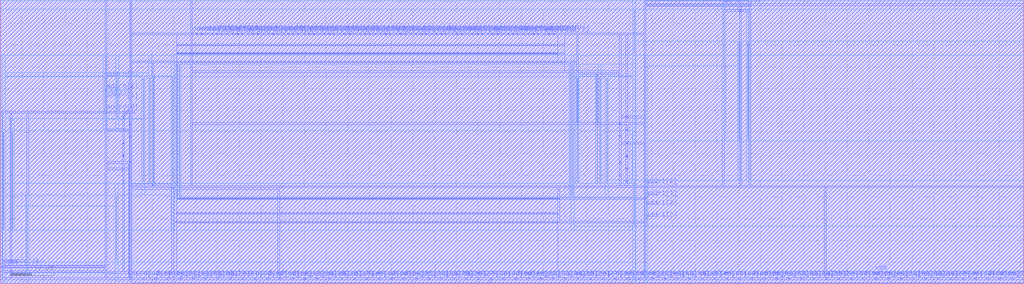
<source format=lef>
VERSION 5.4 ;
NAMESCASESENSITIVE ON ;
BUSBITCHARS "[]" ;
DIVIDERCHAR "/" ;
UNITS
  DATABASE MICRONS 2000 ;
END UNITS
MACRO freepdk45_sram_1w1r_16x72
   CLASS BLOCK ;
   SIZE 235.72 BY 65.5125 ;
   SYMMETRY X Y R90 ;
   PIN din0[0]
      DIRECTION INPUT ;
      PORT
         LAYER metal3 ;
         RECT  30.015 1.105 30.15 1.24 ;
      END
   END din0[0]
   PIN din0[1]
      DIRECTION INPUT ;
      PORT
         LAYER metal3 ;
         RECT  32.875 1.105 33.01 1.24 ;
      END
   END din0[1]
   PIN din0[2]
      DIRECTION INPUT ;
      PORT
         LAYER metal3 ;
         RECT  35.735 1.105 35.87 1.24 ;
      END
   END din0[2]
   PIN din0[3]
      DIRECTION INPUT ;
      PORT
         LAYER metal3 ;
         RECT  38.595 1.105 38.73 1.24 ;
      END
   END din0[3]
   PIN din0[4]
      DIRECTION INPUT ;
      PORT
         LAYER metal3 ;
         RECT  41.455 1.105 41.59 1.24 ;
      END
   END din0[4]
   PIN din0[5]
      DIRECTION INPUT ;
      PORT
         LAYER metal3 ;
         RECT  44.315 1.105 44.45 1.24 ;
      END
   END din0[5]
   PIN din0[6]
      DIRECTION INPUT ;
      PORT
         LAYER metal3 ;
         RECT  47.175 1.105 47.31 1.24 ;
      END
   END din0[6]
   PIN din0[7]
      DIRECTION INPUT ;
      PORT
         LAYER metal3 ;
         RECT  50.035 1.105 50.17 1.24 ;
      END
   END din0[7]
   PIN din0[8]
      DIRECTION INPUT ;
      PORT
         LAYER metal3 ;
         RECT  52.895 1.105 53.03 1.24 ;
      END
   END din0[8]
   PIN din0[9]
      DIRECTION INPUT ;
      PORT
         LAYER metal3 ;
         RECT  55.755 1.105 55.89 1.24 ;
      END
   END din0[9]
   PIN din0[10]
      DIRECTION INPUT ;
      PORT
         LAYER metal3 ;
         RECT  58.615 1.105 58.75 1.24 ;
      END
   END din0[10]
   PIN din0[11]
      DIRECTION INPUT ;
      PORT
         LAYER metal3 ;
         RECT  61.475 1.105 61.61 1.24 ;
      END
   END din0[11]
   PIN din0[12]
      DIRECTION INPUT ;
      PORT
         LAYER metal3 ;
         RECT  64.335 1.105 64.47 1.24 ;
      END
   END din0[12]
   PIN din0[13]
      DIRECTION INPUT ;
      PORT
         LAYER metal3 ;
         RECT  67.195 1.105 67.33 1.24 ;
      END
   END din0[13]
   PIN din0[14]
      DIRECTION INPUT ;
      PORT
         LAYER metal3 ;
         RECT  70.055 1.105 70.19 1.24 ;
      END
   END din0[14]
   PIN din0[15]
      DIRECTION INPUT ;
      PORT
         LAYER metal3 ;
         RECT  72.915 1.105 73.05 1.24 ;
      END
   END din0[15]
   PIN din0[16]
      DIRECTION INPUT ;
      PORT
         LAYER metal3 ;
         RECT  75.775 1.105 75.91 1.24 ;
      END
   END din0[16]
   PIN din0[17]
      DIRECTION INPUT ;
      PORT
         LAYER metal3 ;
         RECT  78.635 1.105 78.77 1.24 ;
      END
   END din0[17]
   PIN din0[18]
      DIRECTION INPUT ;
      PORT
         LAYER metal3 ;
         RECT  81.495 1.105 81.63 1.24 ;
      END
   END din0[18]
   PIN din0[19]
      DIRECTION INPUT ;
      PORT
         LAYER metal3 ;
         RECT  84.355 1.105 84.49 1.24 ;
      END
   END din0[19]
   PIN din0[20]
      DIRECTION INPUT ;
      PORT
         LAYER metal3 ;
         RECT  87.215 1.105 87.35 1.24 ;
      END
   END din0[20]
   PIN din0[21]
      DIRECTION INPUT ;
      PORT
         LAYER metal3 ;
         RECT  90.075 1.105 90.21 1.24 ;
      END
   END din0[21]
   PIN din0[22]
      DIRECTION INPUT ;
      PORT
         LAYER metal3 ;
         RECT  92.935 1.105 93.07 1.24 ;
      END
   END din0[22]
   PIN din0[23]
      DIRECTION INPUT ;
      PORT
         LAYER metal3 ;
         RECT  95.795 1.105 95.93 1.24 ;
      END
   END din0[23]
   PIN din0[24]
      DIRECTION INPUT ;
      PORT
         LAYER metal3 ;
         RECT  98.655 1.105 98.79 1.24 ;
      END
   END din0[24]
   PIN din0[25]
      DIRECTION INPUT ;
      PORT
         LAYER metal3 ;
         RECT  101.515 1.105 101.65 1.24 ;
      END
   END din0[25]
   PIN din0[26]
      DIRECTION INPUT ;
      PORT
         LAYER metal3 ;
         RECT  104.375 1.105 104.51 1.24 ;
      END
   END din0[26]
   PIN din0[27]
      DIRECTION INPUT ;
      PORT
         LAYER metal3 ;
         RECT  107.235 1.105 107.37 1.24 ;
      END
   END din0[27]
   PIN din0[28]
      DIRECTION INPUT ;
      PORT
         LAYER metal3 ;
         RECT  110.095 1.105 110.23 1.24 ;
      END
   END din0[28]
   PIN din0[29]
      DIRECTION INPUT ;
      PORT
         LAYER metal3 ;
         RECT  112.955 1.105 113.09 1.24 ;
      END
   END din0[29]
   PIN din0[30]
      DIRECTION INPUT ;
      PORT
         LAYER metal3 ;
         RECT  115.815 1.105 115.95 1.24 ;
      END
   END din0[30]
   PIN din0[31]
      DIRECTION INPUT ;
      PORT
         LAYER metal3 ;
         RECT  118.675 1.105 118.81 1.24 ;
      END
   END din0[31]
   PIN din0[32]
      DIRECTION INPUT ;
      PORT
         LAYER metal3 ;
         RECT  121.535 1.105 121.67 1.24 ;
      END
   END din0[32]
   PIN din0[33]
      DIRECTION INPUT ;
      PORT
         LAYER metal3 ;
         RECT  124.395 1.105 124.53 1.24 ;
      END
   END din0[33]
   PIN din0[34]
      DIRECTION INPUT ;
      PORT
         LAYER metal3 ;
         RECT  127.255 1.105 127.39 1.24 ;
      END
   END din0[34]
   PIN din0[35]
      DIRECTION INPUT ;
      PORT
         LAYER metal3 ;
         RECT  130.115 1.105 130.25 1.24 ;
      END
   END din0[35]
   PIN din0[36]
      DIRECTION INPUT ;
      PORT
         LAYER metal3 ;
         RECT  132.975 1.105 133.11 1.24 ;
      END
   END din0[36]
   PIN din0[37]
      DIRECTION INPUT ;
      PORT
         LAYER metal3 ;
         RECT  135.835 1.105 135.97 1.24 ;
      END
   END din0[37]
   PIN din0[38]
      DIRECTION INPUT ;
      PORT
         LAYER metal3 ;
         RECT  138.695 1.105 138.83 1.24 ;
      END
   END din0[38]
   PIN din0[39]
      DIRECTION INPUT ;
      PORT
         LAYER metal3 ;
         RECT  141.555 1.105 141.69 1.24 ;
      END
   END din0[39]
   PIN din0[40]
      DIRECTION INPUT ;
      PORT
         LAYER metal3 ;
         RECT  144.415 1.105 144.55 1.24 ;
      END
   END din0[40]
   PIN din0[41]
      DIRECTION INPUT ;
      PORT
         LAYER metal3 ;
         RECT  147.275 1.105 147.41 1.24 ;
      END
   END din0[41]
   PIN din0[42]
      DIRECTION INPUT ;
      PORT
         LAYER metal3 ;
         RECT  150.135 1.105 150.27 1.24 ;
      END
   END din0[42]
   PIN din0[43]
      DIRECTION INPUT ;
      PORT
         LAYER metal3 ;
         RECT  152.995 1.105 153.13 1.24 ;
      END
   END din0[43]
   PIN din0[44]
      DIRECTION INPUT ;
      PORT
         LAYER metal3 ;
         RECT  155.855 1.105 155.99 1.24 ;
      END
   END din0[44]
   PIN din0[45]
      DIRECTION INPUT ;
      PORT
         LAYER metal3 ;
         RECT  158.715 1.105 158.85 1.24 ;
      END
   END din0[45]
   PIN din0[46]
      DIRECTION INPUT ;
      PORT
         LAYER metal3 ;
         RECT  161.575 1.105 161.71 1.24 ;
      END
   END din0[46]
   PIN din0[47]
      DIRECTION INPUT ;
      PORT
         LAYER metal3 ;
         RECT  164.435 1.105 164.57 1.24 ;
      END
   END din0[47]
   PIN din0[48]
      DIRECTION INPUT ;
      PORT
         LAYER metal3 ;
         RECT  167.295 1.105 167.43 1.24 ;
      END
   END din0[48]
   PIN din0[49]
      DIRECTION INPUT ;
      PORT
         LAYER metal3 ;
         RECT  170.155 1.105 170.29 1.24 ;
      END
   END din0[49]
   PIN din0[50]
      DIRECTION INPUT ;
      PORT
         LAYER metal3 ;
         RECT  173.015 1.105 173.15 1.24 ;
      END
   END din0[50]
   PIN din0[51]
      DIRECTION INPUT ;
      PORT
         LAYER metal3 ;
         RECT  175.875 1.105 176.01 1.24 ;
      END
   END din0[51]
   PIN din0[52]
      DIRECTION INPUT ;
      PORT
         LAYER metal3 ;
         RECT  178.735 1.105 178.87 1.24 ;
      END
   END din0[52]
   PIN din0[53]
      DIRECTION INPUT ;
      PORT
         LAYER metal3 ;
         RECT  181.595 1.105 181.73 1.24 ;
      END
   END din0[53]
   PIN din0[54]
      DIRECTION INPUT ;
      PORT
         LAYER metal3 ;
         RECT  184.455 1.105 184.59 1.24 ;
      END
   END din0[54]
   PIN din0[55]
      DIRECTION INPUT ;
      PORT
         LAYER metal3 ;
         RECT  187.315 1.105 187.45 1.24 ;
      END
   END din0[55]
   PIN din0[56]
      DIRECTION INPUT ;
      PORT
         LAYER metal3 ;
         RECT  190.175 1.105 190.31 1.24 ;
      END
   END din0[56]
   PIN din0[57]
      DIRECTION INPUT ;
      PORT
         LAYER metal3 ;
         RECT  193.035 1.105 193.17 1.24 ;
      END
   END din0[57]
   PIN din0[58]
      DIRECTION INPUT ;
      PORT
         LAYER metal3 ;
         RECT  195.895 1.105 196.03 1.24 ;
      END
   END din0[58]
   PIN din0[59]
      DIRECTION INPUT ;
      PORT
         LAYER metal3 ;
         RECT  198.755 1.105 198.89 1.24 ;
      END
   END din0[59]
   PIN din0[60]
      DIRECTION INPUT ;
      PORT
         LAYER metal3 ;
         RECT  201.615 1.105 201.75 1.24 ;
      END
   END din0[60]
   PIN din0[61]
      DIRECTION INPUT ;
      PORT
         LAYER metal3 ;
         RECT  204.475 1.105 204.61 1.24 ;
      END
   END din0[61]
   PIN din0[62]
      DIRECTION INPUT ;
      PORT
         LAYER metal3 ;
         RECT  207.335 1.105 207.47 1.24 ;
      END
   END din0[62]
   PIN din0[63]
      DIRECTION INPUT ;
      PORT
         LAYER metal3 ;
         RECT  210.195 1.105 210.33 1.24 ;
      END
   END din0[63]
   PIN din0[64]
      DIRECTION INPUT ;
      PORT
         LAYER metal3 ;
         RECT  213.055 1.105 213.19 1.24 ;
      END
   END din0[64]
   PIN din0[65]
      DIRECTION INPUT ;
      PORT
         LAYER metal3 ;
         RECT  215.915 1.105 216.05 1.24 ;
      END
   END din0[65]
   PIN din0[66]
      DIRECTION INPUT ;
      PORT
         LAYER metal3 ;
         RECT  218.775 1.105 218.91 1.24 ;
      END
   END din0[66]
   PIN din0[67]
      DIRECTION INPUT ;
      PORT
         LAYER metal3 ;
         RECT  221.635 1.105 221.77 1.24 ;
      END
   END din0[67]
   PIN din0[68]
      DIRECTION INPUT ;
      PORT
         LAYER metal3 ;
         RECT  224.495 1.105 224.63 1.24 ;
      END
   END din0[68]
   PIN din0[69]
      DIRECTION INPUT ;
      PORT
         LAYER metal3 ;
         RECT  227.355 1.105 227.49 1.24 ;
      END
   END din0[69]
   PIN din0[70]
      DIRECTION INPUT ;
      PORT
         LAYER metal3 ;
         RECT  230.215 1.105 230.35 1.24 ;
      END
   END din0[70]
   PIN din0[71]
      DIRECTION INPUT ;
      PORT
         LAYER metal3 ;
         RECT  233.075 1.105 233.21 1.24 ;
      END
   END din0[71]
   PIN addr0[0]
      DIRECTION INPUT ;
      PORT
         LAYER metal3 ;
         RECT  24.295 39.49 24.43 39.625 ;
      END
   END addr0[0]
   PIN addr0[1]
      DIRECTION INPUT ;
      PORT
         LAYER metal3 ;
         RECT  24.295 42.22 24.43 42.355 ;
      END
   END addr0[1]
   PIN addr0[2]
      DIRECTION INPUT ;
      PORT
         LAYER metal3 ;
         RECT  24.295 44.43 24.43 44.565 ;
      END
   END addr0[2]
   PIN addr0[3]
      DIRECTION INPUT ;
      PORT
         LAYER metal3 ;
         RECT  24.295 47.16 24.43 47.295 ;
      END
   END addr0[3]
   PIN addr1[0]
      DIRECTION INPUT ;
      PORT
         LAYER metal3 ;
         RECT  148.405 22.33 148.54 22.465 ;
      END
   END addr1[0]
   PIN addr1[1]
      DIRECTION INPUT ;
      PORT
         LAYER metal3 ;
         RECT  148.405 19.6 148.54 19.735 ;
      END
   END addr1[1]
   PIN addr1[2]
      DIRECTION INPUT ;
      PORT
         LAYER metal3 ;
         RECT  148.405 17.39 148.54 17.525 ;
      END
   END addr1[2]
   PIN addr1[3]
      DIRECTION INPUT ;
      PORT
         LAYER metal3 ;
         RECT  148.405 14.66 148.54 14.795 ;
      END
   END addr1[3]
   PIN csb0
      DIRECTION INPUT ;
      PORT
         LAYER metal3 ;
         RECT  0.285 3.87 0.42 4.005 ;
      END
   END csb0
   PIN csb1
      DIRECTION INPUT ;
      PORT
         LAYER metal3 ;
         RECT  172.555 64.27 172.69 64.405 ;
      END
   END csb1
   PIN clk0
      DIRECTION INPUT ;
      PORT
         LAYER metal3 ;
         RECT  6.2475 3.955 6.3825 4.09 ;
      END
   END clk0
   PIN clk1
      DIRECTION INPUT ;
      PORT
         LAYER metal3 ;
         RECT  166.4525 64.185 166.5875 64.32 ;
      END
   END clk1
   PIN dout1[0]
      DIRECTION OUTPUT ;
      PORT
         LAYER metal3 ;
         RECT  43.9875 57.5625 44.1225 57.6975 ;
      END
   END dout1[0]
   PIN dout1[1]
      DIRECTION OUTPUT ;
      PORT
         LAYER metal3 ;
         RECT  45.1625 57.5625 45.2975 57.6975 ;
      END
   END dout1[1]
   PIN dout1[2]
      DIRECTION OUTPUT ;
      PORT
         LAYER metal3 ;
         RECT  46.3375 57.5625 46.4725 57.6975 ;
      END
   END dout1[2]
   PIN dout1[3]
      DIRECTION OUTPUT ;
      PORT
         LAYER metal3 ;
         RECT  47.5125 57.5625 47.6475 57.6975 ;
      END
   END dout1[3]
   PIN dout1[4]
      DIRECTION OUTPUT ;
      PORT
         LAYER metal3 ;
         RECT  48.6875 57.5625 48.8225 57.6975 ;
      END
   END dout1[4]
   PIN dout1[5]
      DIRECTION OUTPUT ;
      PORT
         LAYER metal3 ;
         RECT  49.8625 57.5625 49.9975 57.6975 ;
      END
   END dout1[5]
   PIN dout1[6]
      DIRECTION OUTPUT ;
      PORT
         LAYER metal3 ;
         RECT  51.0375 57.5625 51.1725 57.6975 ;
      END
   END dout1[6]
   PIN dout1[7]
      DIRECTION OUTPUT ;
      PORT
         LAYER metal3 ;
         RECT  52.2125 57.5625 52.3475 57.6975 ;
      END
   END dout1[7]
   PIN dout1[8]
      DIRECTION OUTPUT ;
      PORT
         LAYER metal3 ;
         RECT  53.3875 57.5625 53.5225 57.6975 ;
      END
   END dout1[8]
   PIN dout1[9]
      DIRECTION OUTPUT ;
      PORT
         LAYER metal3 ;
         RECT  54.5625 57.5625 54.6975 57.6975 ;
      END
   END dout1[9]
   PIN dout1[10]
      DIRECTION OUTPUT ;
      PORT
         LAYER metal3 ;
         RECT  55.7375 57.5625 55.8725 57.6975 ;
      END
   END dout1[10]
   PIN dout1[11]
      DIRECTION OUTPUT ;
      PORT
         LAYER metal3 ;
         RECT  56.9125 57.5625 57.0475 57.6975 ;
      END
   END dout1[11]
   PIN dout1[12]
      DIRECTION OUTPUT ;
      PORT
         LAYER metal3 ;
         RECT  58.0875 57.5625 58.2225 57.6975 ;
      END
   END dout1[12]
   PIN dout1[13]
      DIRECTION OUTPUT ;
      PORT
         LAYER metal3 ;
         RECT  59.2625 57.5625 59.3975 57.6975 ;
      END
   END dout1[13]
   PIN dout1[14]
      DIRECTION OUTPUT ;
      PORT
         LAYER metal3 ;
         RECT  60.4375 57.5625 60.5725 57.6975 ;
      END
   END dout1[14]
   PIN dout1[15]
      DIRECTION OUTPUT ;
      PORT
         LAYER metal3 ;
         RECT  61.6125 57.5625 61.7475 57.6975 ;
      END
   END dout1[15]
   PIN dout1[16]
      DIRECTION OUTPUT ;
      PORT
         LAYER metal3 ;
         RECT  62.7875 57.5625 62.9225 57.6975 ;
      END
   END dout1[16]
   PIN dout1[17]
      DIRECTION OUTPUT ;
      PORT
         LAYER metal3 ;
         RECT  63.9625 57.5625 64.0975 57.6975 ;
      END
   END dout1[17]
   PIN dout1[18]
      DIRECTION OUTPUT ;
      PORT
         LAYER metal3 ;
         RECT  65.1375 57.5625 65.2725 57.6975 ;
      END
   END dout1[18]
   PIN dout1[19]
      DIRECTION OUTPUT ;
      PORT
         LAYER metal3 ;
         RECT  66.3125 57.5625 66.4475 57.6975 ;
      END
   END dout1[19]
   PIN dout1[20]
      DIRECTION OUTPUT ;
      PORT
         LAYER metal3 ;
         RECT  67.4875 57.5625 67.6225 57.6975 ;
      END
   END dout1[20]
   PIN dout1[21]
      DIRECTION OUTPUT ;
      PORT
         LAYER metal3 ;
         RECT  68.6625 57.5625 68.7975 57.6975 ;
      END
   END dout1[21]
   PIN dout1[22]
      DIRECTION OUTPUT ;
      PORT
         LAYER metal3 ;
         RECT  69.8375 57.5625 69.9725 57.6975 ;
      END
   END dout1[22]
   PIN dout1[23]
      DIRECTION OUTPUT ;
      PORT
         LAYER metal3 ;
         RECT  71.0125 57.5625 71.1475 57.6975 ;
      END
   END dout1[23]
   PIN dout1[24]
      DIRECTION OUTPUT ;
      PORT
         LAYER metal3 ;
         RECT  72.1875 57.5625 72.3225 57.6975 ;
      END
   END dout1[24]
   PIN dout1[25]
      DIRECTION OUTPUT ;
      PORT
         LAYER metal3 ;
         RECT  73.3625 57.5625 73.4975 57.6975 ;
      END
   END dout1[25]
   PIN dout1[26]
      DIRECTION OUTPUT ;
      PORT
         LAYER metal3 ;
         RECT  74.5375 57.5625 74.6725 57.6975 ;
      END
   END dout1[26]
   PIN dout1[27]
      DIRECTION OUTPUT ;
      PORT
         LAYER metal3 ;
         RECT  75.7125 57.5625 75.8475 57.6975 ;
      END
   END dout1[27]
   PIN dout1[28]
      DIRECTION OUTPUT ;
      PORT
         LAYER metal3 ;
         RECT  76.8875 57.5625 77.0225 57.6975 ;
      END
   END dout1[28]
   PIN dout1[29]
      DIRECTION OUTPUT ;
      PORT
         LAYER metal3 ;
         RECT  78.0625 57.5625 78.1975 57.6975 ;
      END
   END dout1[29]
   PIN dout1[30]
      DIRECTION OUTPUT ;
      PORT
         LAYER metal3 ;
         RECT  79.2375 57.5625 79.3725 57.6975 ;
      END
   END dout1[30]
   PIN dout1[31]
      DIRECTION OUTPUT ;
      PORT
         LAYER metal3 ;
         RECT  80.4125 57.5625 80.5475 57.6975 ;
      END
   END dout1[31]
   PIN dout1[32]
      DIRECTION OUTPUT ;
      PORT
         LAYER metal3 ;
         RECT  81.5875 57.5625 81.7225 57.6975 ;
      END
   END dout1[32]
   PIN dout1[33]
      DIRECTION OUTPUT ;
      PORT
         LAYER metal3 ;
         RECT  82.7625 57.5625 82.8975 57.6975 ;
      END
   END dout1[33]
   PIN dout1[34]
      DIRECTION OUTPUT ;
      PORT
         LAYER metal3 ;
         RECT  83.9375 57.5625 84.0725 57.6975 ;
      END
   END dout1[34]
   PIN dout1[35]
      DIRECTION OUTPUT ;
      PORT
         LAYER metal3 ;
         RECT  85.1125 57.5625 85.2475 57.6975 ;
      END
   END dout1[35]
   PIN dout1[36]
      DIRECTION OUTPUT ;
      PORT
         LAYER metal3 ;
         RECT  86.2875 57.5625 86.4225 57.6975 ;
      END
   END dout1[36]
   PIN dout1[37]
      DIRECTION OUTPUT ;
      PORT
         LAYER metal3 ;
         RECT  87.4625 57.5625 87.5975 57.6975 ;
      END
   END dout1[37]
   PIN dout1[38]
      DIRECTION OUTPUT ;
      PORT
         LAYER metal3 ;
         RECT  88.6375 57.5625 88.7725 57.6975 ;
      END
   END dout1[38]
   PIN dout1[39]
      DIRECTION OUTPUT ;
      PORT
         LAYER metal3 ;
         RECT  89.8125 57.5625 89.9475 57.6975 ;
      END
   END dout1[39]
   PIN dout1[40]
      DIRECTION OUTPUT ;
      PORT
         LAYER metal3 ;
         RECT  90.9875 57.5625 91.1225 57.6975 ;
      END
   END dout1[40]
   PIN dout1[41]
      DIRECTION OUTPUT ;
      PORT
         LAYER metal3 ;
         RECT  92.1625 57.5625 92.2975 57.6975 ;
      END
   END dout1[41]
   PIN dout1[42]
      DIRECTION OUTPUT ;
      PORT
         LAYER metal3 ;
         RECT  93.3375 57.5625 93.4725 57.6975 ;
      END
   END dout1[42]
   PIN dout1[43]
      DIRECTION OUTPUT ;
      PORT
         LAYER metal3 ;
         RECT  94.5125 57.5625 94.6475 57.6975 ;
      END
   END dout1[43]
   PIN dout1[44]
      DIRECTION OUTPUT ;
      PORT
         LAYER metal3 ;
         RECT  95.6875 57.5625 95.8225 57.6975 ;
      END
   END dout1[44]
   PIN dout1[45]
      DIRECTION OUTPUT ;
      PORT
         LAYER metal3 ;
         RECT  96.8625 57.5625 96.9975 57.6975 ;
      END
   END dout1[45]
   PIN dout1[46]
      DIRECTION OUTPUT ;
      PORT
         LAYER metal3 ;
         RECT  98.0375 57.5625 98.1725 57.6975 ;
      END
   END dout1[46]
   PIN dout1[47]
      DIRECTION OUTPUT ;
      PORT
         LAYER metal3 ;
         RECT  99.2125 57.5625 99.3475 57.6975 ;
      END
   END dout1[47]
   PIN dout1[48]
      DIRECTION OUTPUT ;
      PORT
         LAYER metal3 ;
         RECT  100.3875 57.5625 100.5225 57.6975 ;
      END
   END dout1[48]
   PIN dout1[49]
      DIRECTION OUTPUT ;
      PORT
         LAYER metal3 ;
         RECT  101.5625 57.5625 101.6975 57.6975 ;
      END
   END dout1[49]
   PIN dout1[50]
      DIRECTION OUTPUT ;
      PORT
         LAYER metal3 ;
         RECT  102.7375 57.5625 102.8725 57.6975 ;
      END
   END dout1[50]
   PIN dout1[51]
      DIRECTION OUTPUT ;
      PORT
         LAYER metal3 ;
         RECT  103.9125 57.5625 104.0475 57.6975 ;
      END
   END dout1[51]
   PIN dout1[52]
      DIRECTION OUTPUT ;
      PORT
         LAYER metal3 ;
         RECT  105.0875 57.5625 105.2225 57.6975 ;
      END
   END dout1[52]
   PIN dout1[53]
      DIRECTION OUTPUT ;
      PORT
         LAYER metal3 ;
         RECT  106.2625 57.5625 106.3975 57.6975 ;
      END
   END dout1[53]
   PIN dout1[54]
      DIRECTION OUTPUT ;
      PORT
         LAYER metal3 ;
         RECT  107.4375 57.5625 107.5725 57.6975 ;
      END
   END dout1[54]
   PIN dout1[55]
      DIRECTION OUTPUT ;
      PORT
         LAYER metal3 ;
         RECT  108.6125 57.5625 108.7475 57.6975 ;
      END
   END dout1[55]
   PIN dout1[56]
      DIRECTION OUTPUT ;
      PORT
         LAYER metal3 ;
         RECT  109.7875 57.5625 109.9225 57.6975 ;
      END
   END dout1[56]
   PIN dout1[57]
      DIRECTION OUTPUT ;
      PORT
         LAYER metal3 ;
         RECT  110.9625 57.5625 111.0975 57.6975 ;
      END
   END dout1[57]
   PIN dout1[58]
      DIRECTION OUTPUT ;
      PORT
         LAYER metal3 ;
         RECT  112.1375 57.5625 112.2725 57.6975 ;
      END
   END dout1[58]
   PIN dout1[59]
      DIRECTION OUTPUT ;
      PORT
         LAYER metal3 ;
         RECT  113.3125 57.5625 113.4475 57.6975 ;
      END
   END dout1[59]
   PIN dout1[60]
      DIRECTION OUTPUT ;
      PORT
         LAYER metal3 ;
         RECT  114.4875 57.5625 114.6225 57.6975 ;
      END
   END dout1[60]
   PIN dout1[61]
      DIRECTION OUTPUT ;
      PORT
         LAYER metal3 ;
         RECT  115.6625 57.5625 115.7975 57.6975 ;
      END
   END dout1[61]
   PIN dout1[62]
      DIRECTION OUTPUT ;
      PORT
         LAYER metal3 ;
         RECT  116.8375 57.5625 116.9725 57.6975 ;
      END
   END dout1[62]
   PIN dout1[63]
      DIRECTION OUTPUT ;
      PORT
         LAYER metal3 ;
         RECT  118.0125 57.5625 118.1475 57.6975 ;
      END
   END dout1[63]
   PIN dout1[64]
      DIRECTION OUTPUT ;
      PORT
         LAYER metal3 ;
         RECT  119.1875 57.5625 119.3225 57.6975 ;
      END
   END dout1[64]
   PIN dout1[65]
      DIRECTION OUTPUT ;
      PORT
         LAYER metal3 ;
         RECT  120.3625 57.5625 120.4975 57.6975 ;
      END
   END dout1[65]
   PIN dout1[66]
      DIRECTION OUTPUT ;
      PORT
         LAYER metal3 ;
         RECT  121.5375 57.5625 121.6725 57.6975 ;
      END
   END dout1[66]
   PIN dout1[67]
      DIRECTION OUTPUT ;
      PORT
         LAYER metal3 ;
         RECT  122.7125 57.5625 122.8475 57.6975 ;
      END
   END dout1[67]
   PIN dout1[68]
      DIRECTION OUTPUT ;
      PORT
         LAYER metal3 ;
         RECT  123.8875 57.5625 124.0225 57.6975 ;
      END
   END dout1[68]
   PIN dout1[69]
      DIRECTION OUTPUT ;
      PORT
         LAYER metal3 ;
         RECT  125.0625 57.5625 125.1975 57.6975 ;
      END
   END dout1[69]
   PIN dout1[70]
      DIRECTION OUTPUT ;
      PORT
         LAYER metal3 ;
         RECT  126.2375 57.5625 126.3725 57.6975 ;
      END
   END dout1[70]
   PIN dout1[71]
      DIRECTION OUTPUT ;
      PORT
         LAYER metal3 ;
         RECT  127.4125 57.5625 127.5475 57.6975 ;
      END
   END dout1[71]
   PIN vdd
      DIRECTION INOUT ;
      USE POWER ; 
      SHAPE ABUTMENT ; 
      PORT
         LAYER metal3 ;
         RECT  64.0525 2.47 64.1875 2.605 ;
         LAYER metal3 ;
         RECT  189.8925 2.47 190.0275 2.605 ;
         LAYER metal3 ;
         RECT  212.7725 2.47 212.9075 2.605 ;
         LAYER metal3 ;
         RECT  29.8325 27.92 29.9675 28.055 ;
         LAYER metal3 ;
         RECT  75.4925 2.47 75.6275 2.605 ;
         LAYER metal4 ;
         RECT  145.965 53.0225 146.105 63.0425 ;
         LAYER metal3 ;
         RECT  167.0125 2.47 167.1475 2.605 ;
         LAYER metal3 ;
         RECT  144.1325 2.47 144.2675 2.605 ;
         LAYER metal3 ;
         RECT  52.6125 2.47 52.7475 2.605 ;
         LAYER metal4 ;
         RECT  0.6875 12.61 0.8275 35.0125 ;
         LAYER metal3 ;
         RECT  121.2525 2.47 121.3875 2.605 ;
         LAYER metal3 ;
         RECT  142.6725 36.89 142.8075 37.025 ;
         LAYER metal4 ;
         RECT  148.685 13.5525 148.825 23.5725 ;
         LAYER metal3 ;
         RECT  39.6575 21.94 39.7925 22.075 ;
         LAYER metal3 ;
         RECT  40.8025 14.1325 128.2175 14.2025 ;
         LAYER metal3 ;
         RECT  29.8325 36.89 29.9675 37.025 ;
         LAYER metal4 ;
         RECT  39.655 23.4325 39.795 47.4925 ;
         LAYER metal3 ;
         RECT  2.425 5.235 2.56 5.37 ;
         LAYER metal3 ;
         RECT  155.5725 2.47 155.7075 2.605 ;
         LAYER metal3 ;
         RECT  41.1725 2.47 41.3075 2.605 ;
         LAYER metal4 ;
         RECT  26.73 5.2325 26.87 20.1925 ;
         LAYER metal3 ;
         RECT  142.6725 24.93 142.8075 25.065 ;
         LAYER metal4 ;
         RECT  132.845 23.4325 132.985 47.4925 ;
         LAYER metal3 ;
         RECT  170.415 62.905 170.55 63.04 ;
         LAYER metal3 ;
         RECT  132.8475 48.85 132.9825 48.985 ;
         LAYER metal4 ;
         RECT  34.48 23.4325 34.62 47.5625 ;
         LAYER metal3 ;
         RECT  40.8025 51.1075 129.8625 51.1775 ;
         LAYER metal3 ;
         RECT  29.8325 33.9 29.9675 34.035 ;
         LAYER metal3 ;
         RECT  29.8325 24.93 29.9675 25.065 ;
         LAYER metal3 ;
         RECT  40.8025 55.005 128.2175 55.075 ;
         LAYER metal3 ;
         RECT  86.9325 2.47 87.0675 2.605 ;
         LAYER metal3 ;
         RECT  178.4525 2.47 178.5875 2.605 ;
         LAYER metal4 ;
         RECT  131.765 20.2625 131.905 50.4125 ;
         LAYER metal4 ;
         RECT  172.1475 33.2625 172.2875 55.665 ;
         LAYER metal3 ;
         RECT  109.8125 2.47 109.9475 2.605 ;
         LAYER metal4 ;
         RECT  138.02 23.4325 138.16 47.5625 ;
         LAYER metal4 ;
         RECT  40.735 20.2625 40.875 50.4125 ;
         LAYER metal3 ;
         RECT  137.405 48.0625 137.54 48.1975 ;
         LAYER metal3 ;
         RECT  40.8025 19.5675 128.6875 19.6375 ;
         LAYER metal3 ;
         RECT  98.3725 2.47 98.5075 2.605 ;
         LAYER metal3 ;
         RECT  224.2125 2.47 224.3475 2.605 ;
         LAYER metal4 ;
         RECT  24.01 38.3825 24.15 48.4025 ;
         LAYER metal3 ;
         RECT  35.1 22.7275 35.235 22.8625 ;
         LAYER metal3 ;
         RECT  29.7325 2.47 29.8675 2.605 ;
         LAYER metal3 ;
         RECT  132.6925 2.47 132.8275 2.605 ;
         LAYER metal3 ;
         RECT  142.6725 33.9 142.8075 34.035 ;
         LAYER metal3 ;
         RECT  142.6725 27.92 142.8075 28.055 ;
         LAYER metal3 ;
         RECT  201.3325 2.47 201.4675 2.605 ;
      END
   END vdd
   PIN gnd
      DIRECTION INOUT ;
      USE GROUND ; 
      SHAPE ABUTMENT ; 
      PORT
         LAYER metal3 ;
         RECT  112.6725 0.0 112.8075 0.135 ;
         LAYER metal3 ;
         RECT  144.2 32.405 144.335 32.54 ;
         LAYER metal3 ;
         RECT  144.2 23.435 144.335 23.57 ;
         LAYER metal4 ;
         RECT  32.89 23.4 33.03 47.5625 ;
         LAYER metal3 ;
         RECT  101.2325 0.0 101.3675 0.135 ;
         LAYER metal3 ;
         RECT  78.3525 0.0 78.4875 0.135 ;
         LAYER metal3 ;
         RECT  28.305 26.425 28.44 26.56 ;
         LAYER metal4 ;
         RECT  2.75 12.6425 2.89 35.045 ;
         LAYER metal3 ;
         RECT  32.5925 0.0 32.7275 0.135 ;
         LAYER metal3 ;
         RECT  44.0325 0.0 44.1675 0.135 ;
         LAYER metal3 ;
         RECT  204.1925 0.0 204.3275 0.135 ;
         LAYER metal3 ;
         RECT  66.9125 0.0 67.0475 0.135 ;
         LAYER metal3 ;
         RECT  144.2 29.415 144.335 29.55 ;
         LAYER metal3 ;
         RECT  40.8025 16.1825 128.2175 16.2525 ;
         LAYER metal3 ;
         RECT  144.2 35.395 144.335 35.53 ;
         LAYER metal3 ;
         RECT  28.305 23.435 28.44 23.57 ;
         LAYER metal3 ;
         RECT  146.9925 0.0 147.1275 0.135 ;
         LAYER metal3 ;
         RECT  124.1125 0.0 124.2475 0.135 ;
         LAYER metal3 ;
         RECT  181.3125 0.0 181.4475 0.135 ;
         LAYER metal3 ;
         RECT  169.8725 0.0 170.0075 0.135 ;
         LAYER metal4 ;
         RECT  170.085 33.23 170.225 55.6325 ;
         LAYER metal3 ;
         RECT  89.7925 0.0 89.9275 0.135 ;
         LAYER metal3 ;
         RECT  55.4725 0.0 55.6075 0.135 ;
         LAYER metal3 ;
         RECT  2.425 2.765 2.56 2.9 ;
         LAYER metal4 ;
         RECT  35.04 23.4 35.18 47.525 ;
         LAYER metal3 ;
         RECT  215.6325 0.0 215.7675 0.135 ;
         LAYER metal3 ;
         RECT  158.4325 0.0 158.5675 0.135 ;
         LAYER metal4 ;
         RECT  131.305 20.2625 131.445 50.4125 ;
         LAYER metal3 ;
         RECT  144.2 38.385 144.335 38.52 ;
         LAYER metal3 ;
         RECT  192.7525 0.0 192.8875 0.135 ;
         LAYER metal3 ;
         RECT  170.415 65.375 170.55 65.51 ;
         LAYER metal4 ;
         RECT  41.195 20.2625 41.335 50.4125 ;
         LAYER metal4 ;
         RECT  166.59 50.5525 166.73 65.5125 ;
         LAYER metal4 ;
         RECT  6.105 2.7625 6.245 17.7225 ;
         LAYER metal4 ;
         RECT  139.61 23.4 139.75 47.5625 ;
         LAYER metal3 ;
         RECT  135.5525 0.0 135.6875 0.135 ;
         LAYER metal3 ;
         RECT  28.305 35.395 28.44 35.53 ;
         LAYER metal4 ;
         RECT  145.825 13.4875 145.965 23.6375 ;
         LAYER metal3 ;
         RECT  227.0725 0.0 227.2075 0.135 ;
         LAYER metal3 ;
         RECT  28.305 32.405 28.44 32.54 ;
         LAYER metal3 ;
         RECT  28.305 29.415 28.44 29.55 ;
         LAYER metal3 ;
         RECT  40.8025 53.1125 128.2525 53.1825 ;
         LAYER metal3 ;
         RECT  144.2 26.425 144.335 26.56 ;
         LAYER metal4 ;
         RECT  137.46 23.4 137.6 47.525 ;
         LAYER metal3 ;
         RECT  28.305 38.385 28.44 38.52 ;
         LAYER metal4 ;
         RECT  26.87 38.3175 27.01 48.4675 ;
      END
   END gnd
   OBS
   LAYER  metal1 ;
      RECT  0.14 0.14 235.58 65.3725 ;
   LAYER  metal2 ;
      RECT  0.14 0.14 235.58 65.3725 ;
   LAYER  metal3 ;
      RECT  0.14 0.14 29.875 0.965 ;
      RECT  0.14 0.965 29.875 1.38 ;
      RECT  29.875 0.14 30.29 0.965 ;
      RECT  30.29 0.965 32.735 1.38 ;
      RECT  33.15 0.965 35.595 1.38 ;
      RECT  36.01 0.965 38.455 1.38 ;
      RECT  38.87 0.965 41.315 1.38 ;
      RECT  41.73 0.965 44.175 1.38 ;
      RECT  44.59 0.965 47.035 1.38 ;
      RECT  47.45 0.965 49.895 1.38 ;
      RECT  50.31 0.965 52.755 1.38 ;
      RECT  53.17 0.965 55.615 1.38 ;
      RECT  56.03 0.965 58.475 1.38 ;
      RECT  58.89 0.965 61.335 1.38 ;
      RECT  61.75 0.965 64.195 1.38 ;
      RECT  64.61 0.965 67.055 1.38 ;
      RECT  67.47 0.965 69.915 1.38 ;
      RECT  70.33 0.965 72.775 1.38 ;
      RECT  73.19 0.965 75.635 1.38 ;
      RECT  76.05 0.965 78.495 1.38 ;
      RECT  78.91 0.965 81.355 1.38 ;
      RECT  81.77 0.965 84.215 1.38 ;
      RECT  84.63 0.965 87.075 1.38 ;
      RECT  87.49 0.965 89.935 1.38 ;
      RECT  90.35 0.965 92.795 1.38 ;
      RECT  93.21 0.965 95.655 1.38 ;
      RECT  96.07 0.965 98.515 1.38 ;
      RECT  98.93 0.965 101.375 1.38 ;
      RECT  101.79 0.965 104.235 1.38 ;
      RECT  104.65 0.965 107.095 1.38 ;
      RECT  107.51 0.965 109.955 1.38 ;
      RECT  110.37 0.965 112.815 1.38 ;
      RECT  113.23 0.965 115.675 1.38 ;
      RECT  116.09 0.965 118.535 1.38 ;
      RECT  118.95 0.965 121.395 1.38 ;
      RECT  121.81 0.965 124.255 1.38 ;
      RECT  124.67 0.965 127.115 1.38 ;
      RECT  127.53 0.965 129.975 1.38 ;
      RECT  130.39 0.965 132.835 1.38 ;
      RECT  133.25 0.965 135.695 1.38 ;
      RECT  136.11 0.965 138.555 1.38 ;
      RECT  138.97 0.965 141.415 1.38 ;
      RECT  141.83 0.965 144.275 1.38 ;
      RECT  144.69 0.965 147.135 1.38 ;
      RECT  147.55 0.965 149.995 1.38 ;
      RECT  150.41 0.965 152.855 1.38 ;
      RECT  153.27 0.965 155.715 1.38 ;
      RECT  156.13 0.965 158.575 1.38 ;
      RECT  158.99 0.965 161.435 1.38 ;
      RECT  161.85 0.965 164.295 1.38 ;
      RECT  164.71 0.965 167.155 1.38 ;
      RECT  167.57 0.965 170.015 1.38 ;
      RECT  170.43 0.965 172.875 1.38 ;
      RECT  173.29 0.965 175.735 1.38 ;
      RECT  176.15 0.965 178.595 1.38 ;
      RECT  179.01 0.965 181.455 1.38 ;
      RECT  181.87 0.965 184.315 1.38 ;
      RECT  184.73 0.965 187.175 1.38 ;
      RECT  187.59 0.965 190.035 1.38 ;
      RECT  190.45 0.965 192.895 1.38 ;
      RECT  193.31 0.965 195.755 1.38 ;
      RECT  196.17 0.965 198.615 1.38 ;
      RECT  199.03 0.965 201.475 1.38 ;
      RECT  201.89 0.965 204.335 1.38 ;
      RECT  204.75 0.965 207.195 1.38 ;
      RECT  207.61 0.965 210.055 1.38 ;
      RECT  210.47 0.965 212.915 1.38 ;
      RECT  213.33 0.965 215.775 1.38 ;
      RECT  216.19 0.965 218.635 1.38 ;
      RECT  219.05 0.965 221.495 1.38 ;
      RECT  221.91 0.965 224.355 1.38 ;
      RECT  224.77 0.965 227.215 1.38 ;
      RECT  227.63 0.965 230.075 1.38 ;
      RECT  230.49 0.965 232.935 1.38 ;
      RECT  233.35 0.965 235.58 1.38 ;
      RECT  0.14 39.35 24.155 39.765 ;
      RECT  0.14 39.765 24.155 65.3725 ;
      RECT  24.155 1.38 24.57 39.35 ;
      RECT  24.57 39.35 29.875 39.765 ;
      RECT  24.57 39.765 29.875 65.3725 ;
      RECT  24.155 39.765 24.57 42.08 ;
      RECT  24.155 42.495 24.57 44.29 ;
      RECT  24.155 44.705 24.57 47.02 ;
      RECT  24.155 47.435 24.57 65.3725 ;
      RECT  148.265 22.605 148.68 65.3725 ;
      RECT  148.68 22.19 235.58 22.605 ;
      RECT  148.265 19.875 148.68 22.19 ;
      RECT  148.265 17.665 148.68 19.46 ;
      RECT  148.265 1.38 148.68 14.52 ;
      RECT  148.265 14.935 148.68 17.25 ;
      RECT  0.14 1.38 0.145 3.73 ;
      RECT  0.14 3.73 0.145 4.145 ;
      RECT  0.14 4.145 0.145 39.35 ;
      RECT  0.145 1.38 0.56 3.73 ;
      RECT  0.145 4.145 0.56 39.35 ;
      RECT  172.415 22.605 172.83 64.13 ;
      RECT  172.415 64.545 172.83 65.3725 ;
      RECT  172.83 22.605 235.58 64.13 ;
      RECT  172.83 64.13 235.58 64.545 ;
      RECT  172.83 64.545 235.58 65.3725 ;
      RECT  0.56 3.73 6.1075 3.815 ;
      RECT  0.56 3.815 6.1075 4.145 ;
      RECT  6.1075 3.73 6.5225 3.815 ;
      RECT  6.5225 3.73 24.155 3.815 ;
      RECT  6.5225 3.815 24.155 4.145 ;
      RECT  0.56 4.145 6.1075 4.23 ;
      RECT  6.1075 4.23 6.5225 39.35 ;
      RECT  6.5225 4.145 24.155 4.23 ;
      RECT  6.5225 4.23 24.155 39.35 ;
      RECT  148.68 22.605 166.3125 64.045 ;
      RECT  148.68 64.045 166.3125 64.13 ;
      RECT  166.3125 22.605 166.7275 64.045 ;
      RECT  166.7275 64.045 172.415 64.13 ;
      RECT  148.68 64.13 166.3125 64.46 ;
      RECT  148.68 64.46 166.3125 64.545 ;
      RECT  166.3125 64.46 166.7275 64.545 ;
      RECT  166.7275 64.13 172.415 64.46 ;
      RECT  166.7275 64.46 172.415 64.545 ;
      RECT  30.29 57.4225 43.8475 57.8375 ;
      RECT  30.29 57.8375 43.8475 65.3725 ;
      RECT  43.8475 57.8375 44.2625 65.3725 ;
      RECT  44.2625 57.8375 148.265 65.3725 ;
      RECT  44.2625 57.4225 45.0225 57.8375 ;
      RECT  45.4375 57.4225 46.1975 57.8375 ;
      RECT  46.6125 57.4225 47.3725 57.8375 ;
      RECT  47.7875 57.4225 48.5475 57.8375 ;
      RECT  48.9625 57.4225 49.7225 57.8375 ;
      RECT  50.1375 57.4225 50.8975 57.8375 ;
      RECT  51.3125 57.4225 52.0725 57.8375 ;
      RECT  52.4875 57.4225 53.2475 57.8375 ;
      RECT  53.6625 57.4225 54.4225 57.8375 ;
      RECT  54.8375 57.4225 55.5975 57.8375 ;
      RECT  56.0125 57.4225 56.7725 57.8375 ;
      RECT  57.1875 57.4225 57.9475 57.8375 ;
      RECT  58.3625 57.4225 59.1225 57.8375 ;
      RECT  59.5375 57.4225 60.2975 57.8375 ;
      RECT  60.7125 57.4225 61.4725 57.8375 ;
      RECT  61.8875 57.4225 62.6475 57.8375 ;
      RECT  63.0625 57.4225 63.8225 57.8375 ;
      RECT  64.2375 57.4225 64.9975 57.8375 ;
      RECT  65.4125 57.4225 66.1725 57.8375 ;
      RECT  66.5875 57.4225 67.3475 57.8375 ;
      RECT  67.7625 57.4225 68.5225 57.8375 ;
      RECT  68.9375 57.4225 69.6975 57.8375 ;
      RECT  70.1125 57.4225 70.8725 57.8375 ;
      RECT  71.2875 57.4225 72.0475 57.8375 ;
      RECT  72.4625 57.4225 73.2225 57.8375 ;
      RECT  73.6375 57.4225 74.3975 57.8375 ;
      RECT  74.8125 57.4225 75.5725 57.8375 ;
      RECT  75.9875 57.4225 76.7475 57.8375 ;
      RECT  77.1625 57.4225 77.9225 57.8375 ;
      RECT  78.3375 57.4225 79.0975 57.8375 ;
      RECT  79.5125 57.4225 80.2725 57.8375 ;
      RECT  80.6875 57.4225 81.4475 57.8375 ;
      RECT  81.8625 57.4225 82.6225 57.8375 ;
      RECT  83.0375 57.4225 83.7975 57.8375 ;
      RECT  84.2125 57.4225 84.9725 57.8375 ;
      RECT  85.3875 57.4225 86.1475 57.8375 ;
      RECT  86.5625 57.4225 87.3225 57.8375 ;
      RECT  87.7375 57.4225 88.4975 57.8375 ;
      RECT  88.9125 57.4225 89.6725 57.8375 ;
      RECT  90.0875 57.4225 90.8475 57.8375 ;
      RECT  91.2625 57.4225 92.0225 57.8375 ;
      RECT  92.4375 57.4225 93.1975 57.8375 ;
      RECT  93.6125 57.4225 94.3725 57.8375 ;
      RECT  94.7875 57.4225 95.5475 57.8375 ;
      RECT  95.9625 57.4225 96.7225 57.8375 ;
      RECT  97.1375 57.4225 97.8975 57.8375 ;
      RECT  98.3125 57.4225 99.0725 57.8375 ;
      RECT  99.4875 57.4225 100.2475 57.8375 ;
      RECT  100.6625 57.4225 101.4225 57.8375 ;
      RECT  101.8375 57.4225 102.5975 57.8375 ;
      RECT  103.0125 57.4225 103.7725 57.8375 ;
      RECT  104.1875 57.4225 104.9475 57.8375 ;
      RECT  105.3625 57.4225 106.1225 57.8375 ;
      RECT  106.5375 57.4225 107.2975 57.8375 ;
      RECT  107.7125 57.4225 108.4725 57.8375 ;
      RECT  108.8875 57.4225 109.6475 57.8375 ;
      RECT  110.0625 57.4225 110.8225 57.8375 ;
      RECT  111.2375 57.4225 111.9975 57.8375 ;
      RECT  112.4125 57.4225 113.1725 57.8375 ;
      RECT  113.5875 57.4225 114.3475 57.8375 ;
      RECT  114.7625 57.4225 115.5225 57.8375 ;
      RECT  115.9375 57.4225 116.6975 57.8375 ;
      RECT  117.1125 57.4225 117.8725 57.8375 ;
      RECT  118.2875 57.4225 119.0475 57.8375 ;
      RECT  119.4625 57.4225 120.2225 57.8375 ;
      RECT  120.6375 57.4225 121.3975 57.8375 ;
      RECT  121.8125 57.4225 122.5725 57.8375 ;
      RECT  122.9875 57.4225 123.7475 57.8375 ;
      RECT  124.1625 57.4225 124.9225 57.8375 ;
      RECT  125.3375 57.4225 126.0975 57.8375 ;
      RECT  126.5125 57.4225 127.2725 57.8375 ;
      RECT  127.6875 57.4225 148.265 57.8375 ;
      RECT  30.29 1.38 63.9125 2.33 ;
      RECT  63.9125 1.38 64.3275 2.33 ;
      RECT  64.3275 1.38 148.265 2.33 ;
      RECT  148.68 1.38 189.7525 2.33 ;
      RECT  148.68 2.745 189.7525 22.19 ;
      RECT  189.7525 1.38 190.1675 2.33 ;
      RECT  189.7525 2.745 190.1675 22.19 ;
      RECT  190.1675 1.38 235.58 2.33 ;
      RECT  190.1675 2.745 235.58 22.19 ;
      RECT  30.1075 1.38 30.29 27.78 ;
      RECT  30.1075 27.78 30.29 28.195 ;
      RECT  30.1075 28.195 30.29 65.3725 ;
      RECT  24.57 27.78 29.6925 28.195 ;
      RECT  64.3275 2.33 75.3525 2.745 ;
      RECT  144.4075 2.33 148.265 2.745 ;
      RECT  52.8875 2.33 63.9125 2.745 ;
      RECT  44.2625 22.605 142.5325 36.75 ;
      RECT  44.2625 36.75 142.5325 37.165 ;
      RECT  142.5325 37.165 142.9475 57.4225 ;
      RECT  142.9475 36.75 148.265 37.165 ;
      RECT  30.29 22.19 39.5175 22.215 ;
      RECT  39.5175 22.215 39.9325 22.605 ;
      RECT  39.9325 22.19 148.265 22.215 ;
      RECT  39.9325 22.215 148.265 22.605 ;
      RECT  30.29 2.745 39.5175 21.8 ;
      RECT  30.29 21.8 39.5175 22.19 ;
      RECT  39.5175 2.745 39.9325 21.8 ;
      RECT  39.9325 21.8 63.9125 22.19 ;
      RECT  63.9125 2.745 64.3275 13.9925 ;
      RECT  64.3275 2.745 128.3575 13.9925 ;
      RECT  128.3575 2.745 148.265 13.9925 ;
      RECT  128.3575 13.9925 148.265 14.3425 ;
      RECT  39.9325 2.745 40.6625 13.9925 ;
      RECT  39.9325 13.9925 40.6625 14.3425 ;
      RECT  39.9325 14.3425 40.6625 21.8 ;
      RECT  40.6625 2.745 63.9125 13.9925 ;
      RECT  29.875 37.165 30.1075 65.3725 ;
      RECT  29.6925 37.165 29.875 39.35 ;
      RECT  0.56 4.23 2.285 5.095 ;
      RECT  0.56 5.095 2.285 5.51 ;
      RECT  0.56 5.51 2.285 39.35 ;
      RECT  2.285 4.23 2.7 5.095 ;
      RECT  2.285 5.51 2.7 39.35 ;
      RECT  2.7 4.23 6.1075 5.095 ;
      RECT  2.7 5.095 6.1075 5.51 ;
      RECT  2.7 5.51 6.1075 39.35 ;
      RECT  148.68 2.33 155.4325 2.745 ;
      RECT  155.8475 2.33 166.8725 2.745 ;
      RECT  30.29 2.33 41.0325 2.745 ;
      RECT  41.4475 2.33 52.4725 2.745 ;
      RECT  142.5325 22.605 142.9475 24.79 ;
      RECT  166.7275 22.605 170.275 62.765 ;
      RECT  166.7275 62.765 170.275 63.18 ;
      RECT  166.7275 63.18 170.275 64.045 ;
      RECT  170.275 22.605 170.69 62.765 ;
      RECT  170.275 63.18 170.69 64.045 ;
      RECT  170.69 22.605 172.415 62.765 ;
      RECT  170.69 62.765 172.415 63.18 ;
      RECT  170.69 63.18 172.415 64.045 ;
      RECT  44.2625 37.165 132.7075 48.71 ;
      RECT  44.2625 48.71 132.7075 49.125 ;
      RECT  132.7075 37.165 133.1225 48.71 ;
      RECT  132.7075 49.125 133.1225 57.4225 ;
      RECT  133.1225 48.71 142.5325 49.125 ;
      RECT  133.1225 49.125 142.5325 57.4225 ;
      RECT  30.29 50.9675 40.6625 51.3175 ;
      RECT  30.29 51.3175 40.6625 57.4225 ;
      RECT  40.6625 22.605 43.8475 50.9675 ;
      RECT  43.8475 22.605 44.2625 50.9675 ;
      RECT  44.2625 49.125 130.0025 50.9675 ;
      RECT  130.0025 49.125 132.7075 50.9675 ;
      RECT  130.0025 50.9675 132.7075 51.3175 ;
      RECT  130.0025 51.3175 132.7075 57.4225 ;
      RECT  29.875 28.195 30.1075 33.76 ;
      RECT  29.875 34.175 30.1075 36.75 ;
      RECT  29.6925 28.195 29.875 33.76 ;
      RECT  29.6925 34.175 29.875 36.75 ;
      RECT  29.875 25.205 30.1075 27.78 ;
      RECT  29.6925 25.205 29.875 27.78 ;
      RECT  40.6625 55.215 43.8475 57.4225 ;
      RECT  43.8475 55.215 44.2625 57.4225 ;
      RECT  44.2625 55.215 128.3575 57.4225 ;
      RECT  128.3575 54.865 130.0025 55.215 ;
      RECT  128.3575 55.215 130.0025 57.4225 ;
      RECT  75.7675 2.33 86.7925 2.745 ;
      RECT  167.2875 2.33 178.3125 2.745 ;
      RECT  178.7275 2.33 189.7525 2.745 ;
      RECT  110.0875 2.33 121.1125 2.745 ;
      RECT  133.1225 37.165 137.265 47.9225 ;
      RECT  133.1225 47.9225 137.265 48.3375 ;
      RECT  133.1225 48.3375 137.265 48.71 ;
      RECT  137.265 37.165 137.68 47.9225 ;
      RECT  137.265 48.3375 137.68 48.71 ;
      RECT  137.68 37.165 142.5325 47.9225 ;
      RECT  137.68 47.9225 142.5325 48.3375 ;
      RECT  137.68 48.3375 142.5325 48.71 ;
      RECT  63.9125 19.7775 64.3275 22.19 ;
      RECT  64.3275 19.7775 128.3575 22.19 ;
      RECT  128.3575 14.3425 128.8275 19.4275 ;
      RECT  128.3575 19.7775 128.8275 22.19 ;
      RECT  128.8275 14.3425 148.265 19.4275 ;
      RECT  128.8275 19.4275 148.265 19.7775 ;
      RECT  128.8275 19.7775 148.265 22.19 ;
      RECT  40.6625 19.7775 63.9125 21.8 ;
      RECT  87.2075 2.33 98.2325 2.745 ;
      RECT  98.6475 2.33 109.6725 2.745 ;
      RECT  213.0475 2.33 224.0725 2.745 ;
      RECT  224.4875 2.33 235.58 2.745 ;
      RECT  30.29 22.215 34.96 22.5875 ;
      RECT  30.29 22.5875 34.96 22.605 ;
      RECT  34.96 22.215 35.375 22.5875 ;
      RECT  35.375 22.215 39.5175 22.5875 ;
      RECT  35.375 22.5875 39.5175 22.605 ;
      RECT  30.29 22.605 34.96 23.0025 ;
      RECT  30.29 23.0025 34.96 50.9675 ;
      RECT  34.96 23.0025 35.375 50.9675 ;
      RECT  35.375 22.605 40.6625 23.0025 ;
      RECT  35.375 23.0025 40.6625 50.9675 ;
      RECT  24.57 1.38 29.5925 2.33 ;
      RECT  24.57 2.33 29.5925 2.745 ;
      RECT  29.5925 1.38 29.6925 2.33 ;
      RECT  29.5925 2.745 29.6925 27.78 ;
      RECT  29.875 1.38 30.0075 2.33 ;
      RECT  29.875 2.745 30.0075 24.79 ;
      RECT  30.0075 1.38 30.1075 2.33 ;
      RECT  30.0075 2.33 30.1075 2.745 ;
      RECT  30.0075 2.745 30.1075 24.79 ;
      RECT  29.6925 1.38 29.875 2.33 ;
      RECT  29.6925 2.745 29.875 24.79 ;
      RECT  121.5275 2.33 132.5525 2.745 ;
      RECT  132.9675 2.33 143.9925 2.745 ;
      RECT  142.5325 34.175 142.9475 36.75 ;
      RECT  142.5325 25.205 142.9475 27.78 ;
      RECT  142.5325 28.195 142.9475 33.76 ;
      RECT  190.1675 2.33 201.1925 2.745 ;
      RECT  201.6075 2.33 212.6325 2.745 ;
      RECT  30.29 0.275 112.5325 0.965 ;
      RECT  112.5325 0.275 112.9475 0.965 ;
      RECT  112.9475 0.275 235.58 0.965 ;
      RECT  142.9475 22.605 144.06 32.265 ;
      RECT  142.9475 32.265 144.06 32.68 ;
      RECT  142.9475 32.68 144.06 36.75 ;
      RECT  144.475 22.605 148.265 32.265 ;
      RECT  144.475 32.265 148.265 32.68 ;
      RECT  144.475 32.68 148.265 36.75 ;
      RECT  144.06 22.605 144.475 23.295 ;
      RECT  101.5075 0.14 112.5325 0.275 ;
      RECT  24.57 2.745 28.165 26.285 ;
      RECT  24.57 26.285 28.165 26.7 ;
      RECT  24.57 26.7 28.165 27.78 ;
      RECT  28.165 26.7 28.58 27.78 ;
      RECT  28.58 2.745 29.5925 26.285 ;
      RECT  28.58 26.285 29.5925 26.7 ;
      RECT  28.58 26.7 29.5925 27.78 ;
      RECT  30.29 0.14 32.4525 0.275 ;
      RECT  32.8675 0.14 43.8925 0.275 ;
      RECT  67.1875 0.14 78.2125 0.275 ;
      RECT  144.06 29.69 144.475 32.265 ;
      RECT  63.9125 14.3425 64.3275 16.0425 ;
      RECT  63.9125 16.3925 64.3275 19.4275 ;
      RECT  64.3275 14.3425 128.3575 16.0425 ;
      RECT  64.3275 16.3925 128.3575 19.4275 ;
      RECT  40.6625 14.3425 63.9125 16.0425 ;
      RECT  40.6625 16.3925 63.9125 19.4275 ;
      RECT  144.06 32.68 144.475 35.255 ;
      RECT  144.06 35.67 144.475 36.75 ;
      RECT  28.165 2.745 28.58 23.295 ;
      RECT  28.165 23.71 28.58 26.285 ;
      RECT  112.9475 0.14 123.9725 0.275 ;
      RECT  170.1475 0.14 181.1725 0.275 ;
      RECT  78.6275 0.14 89.6525 0.275 ;
      RECT  90.0675 0.14 101.0925 0.275 ;
      RECT  44.3075 0.14 55.3325 0.275 ;
      RECT  55.7475 0.14 66.7725 0.275 ;
      RECT  0.56 1.38 2.285 2.625 ;
      RECT  0.56 2.625 2.285 3.04 ;
      RECT  0.56 3.04 2.285 3.73 ;
      RECT  2.285 1.38 2.7 2.625 ;
      RECT  2.285 3.04 2.7 3.73 ;
      RECT  2.7 1.38 24.155 2.625 ;
      RECT  2.7 2.625 24.155 3.04 ;
      RECT  2.7 3.04 24.155 3.73 ;
      RECT  204.4675 0.14 215.4925 0.275 ;
      RECT  147.2675 0.14 158.2925 0.275 ;
      RECT  158.7075 0.14 169.7325 0.275 ;
      RECT  142.9475 37.165 144.06 38.245 ;
      RECT  142.9475 38.245 144.06 38.66 ;
      RECT  142.9475 38.66 144.06 57.4225 ;
      RECT  144.06 37.165 144.475 38.245 ;
      RECT  144.06 38.66 144.475 57.4225 ;
      RECT  144.475 37.165 148.265 38.245 ;
      RECT  144.475 38.245 148.265 38.66 ;
      RECT  144.475 38.66 148.265 57.4225 ;
      RECT  181.5875 0.14 192.6125 0.275 ;
      RECT  193.0275 0.14 204.0525 0.275 ;
      RECT  148.68 64.545 170.275 65.235 ;
      RECT  148.68 65.235 170.275 65.3725 ;
      RECT  170.275 64.545 170.69 65.235 ;
      RECT  170.69 64.545 172.415 65.235 ;
      RECT  170.69 65.235 172.415 65.3725 ;
      RECT  124.3875 0.14 135.4125 0.275 ;
      RECT  135.8275 0.14 146.8525 0.275 ;
      RECT  24.57 28.195 28.165 35.255 ;
      RECT  24.57 35.255 28.165 35.67 ;
      RECT  24.57 35.67 28.165 39.35 ;
      RECT  28.58 28.195 29.6925 35.255 ;
      RECT  28.58 35.255 29.6925 35.67 ;
      RECT  28.58 35.67 29.6925 39.35 ;
      RECT  215.9075 0.14 226.9325 0.275 ;
      RECT  227.3475 0.14 235.58 0.275 ;
      RECT  28.165 32.68 28.58 35.255 ;
      RECT  28.165 28.195 28.58 29.275 ;
      RECT  28.165 29.69 28.58 32.265 ;
      RECT  40.6625 51.3175 43.8475 52.9725 ;
      RECT  40.6625 53.3225 43.8475 54.865 ;
      RECT  43.8475 51.3175 44.2625 52.9725 ;
      RECT  43.8475 53.3225 44.2625 54.865 ;
      RECT  44.2625 51.3175 128.3575 52.9725 ;
      RECT  44.2625 53.3225 128.3575 54.865 ;
      RECT  128.3575 51.3175 128.3925 52.9725 ;
      RECT  128.3575 53.3225 128.3925 54.865 ;
      RECT  128.3925 51.3175 130.0025 52.9725 ;
      RECT  128.3925 52.9725 130.0025 53.3225 ;
      RECT  128.3925 53.3225 130.0025 54.865 ;
      RECT  144.06 23.71 144.475 26.285 ;
      RECT  144.06 26.7 144.475 29.275 ;
      RECT  28.165 35.67 28.58 38.245 ;
      RECT  28.165 38.66 28.58 39.35 ;
   LAYER  metal4 ;
      RECT  0.14 52.7425 145.685 63.3225 ;
      RECT  0.14 63.3225 145.685 65.3725 ;
      RECT  145.685 63.3225 146.385 65.3725 ;
      RECT  0.14 0.14 0.4075 12.33 ;
      RECT  0.14 12.33 0.4075 35.2925 ;
      RECT  0.14 35.2925 0.4075 52.7425 ;
      RECT  0.4075 0.14 1.1075 12.33 ;
      RECT  0.4075 35.2925 1.1075 52.7425 ;
      RECT  146.385 0.14 148.405 13.2725 ;
      RECT  146.385 13.2725 148.405 23.8525 ;
      RECT  146.385 23.8525 148.405 52.7425 ;
      RECT  148.405 0.14 149.105 13.2725 ;
      RECT  148.405 23.8525 149.105 52.7425 ;
      RECT  149.105 0.14 235.58 13.2725 ;
      RECT  149.105 13.2725 235.58 23.8525 ;
      RECT  39.375 12.33 40.075 23.1525 ;
      RECT  39.375 47.7725 40.075 52.7425 ;
      RECT  26.45 0.14 27.15 4.9525 ;
      RECT  27.15 0.14 145.685 4.9525 ;
      RECT  27.15 4.9525 145.685 12.33 ;
      RECT  26.45 20.4725 27.15 23.1525 ;
      RECT  27.15 12.33 39.375 20.4725 ;
      RECT  34.2 47.8425 34.9 52.7425 ;
      RECT  34.9 47.8425 39.375 52.7425 ;
      RECT  40.075 12.33 131.485 19.9825 ;
      RECT  131.485 12.33 132.185 19.9825 ;
      RECT  40.075 50.6925 131.485 52.7425 ;
      RECT  131.485 50.6925 132.185 52.7425 ;
      RECT  132.185 50.6925 145.685 52.7425 ;
      RECT  132.185 23.1525 132.565 35.2925 ;
      RECT  132.185 35.2925 132.565 47.7725 ;
      RECT  171.8675 55.945 172.5675 63.3225 ;
      RECT  172.5675 52.7425 235.58 55.945 ;
      RECT  172.5675 55.945 235.58 63.3225 ;
      RECT  171.8675 23.8525 172.5675 32.9825 ;
      RECT  172.5675 23.8525 235.58 32.9825 ;
      RECT  172.5675 32.9825 235.58 52.7425 ;
      RECT  132.185 47.8425 137.74 50.6925 ;
      RECT  137.74 47.8425 138.44 50.6925 ;
      RECT  138.44 47.8425 145.685 50.6925 ;
      RECT  40.075 19.9825 40.455 23.1525 ;
      RECT  40.075 47.7725 40.455 50.6925 ;
      RECT  40.075 23.1525 40.455 35.2925 ;
      RECT  40.075 35.2925 40.455 47.7725 ;
      RECT  1.1075 38.1025 23.73 47.7725 ;
      RECT  23.73 35.2925 24.43 38.1025 ;
      RECT  1.1075 47.7725 23.73 47.8425 ;
      RECT  1.1075 47.8425 23.73 48.6825 ;
      RECT  1.1075 48.6825 23.73 52.7425 ;
      RECT  23.73 48.6825 24.43 52.7425 ;
      RECT  27.15 20.4725 32.61 23.12 ;
      RECT  27.15 23.12 32.61 23.1525 ;
      RECT  32.61 20.4725 33.31 23.12 ;
      RECT  33.31 20.4725 39.375 23.12 ;
      RECT  33.31 23.1525 34.2 35.2925 ;
      RECT  33.31 35.2925 34.2 38.1025 ;
      RECT  33.31 38.1025 34.2 47.7725 ;
      RECT  33.31 47.7725 34.2 47.8425 ;
      RECT  1.1075 12.33 2.47 12.3625 ;
      RECT  1.1075 12.3625 2.47 20.4725 ;
      RECT  2.47 12.33 3.17 12.3625 ;
      RECT  1.1075 20.4725 2.47 23.1525 ;
      RECT  3.17 20.4725 26.45 23.1525 ;
      RECT  1.1075 35.2925 2.47 35.325 ;
      RECT  1.1075 35.325 2.47 38.1025 ;
      RECT  2.47 35.325 3.17 38.1025 ;
      RECT  3.17 35.2925 23.73 35.325 ;
      RECT  3.17 35.325 23.73 38.1025 ;
      RECT  1.1075 23.1525 2.47 35.2925 ;
      RECT  3.17 23.1525 32.61 35.2925 ;
      RECT  169.805 55.9125 170.505 55.945 ;
      RECT  170.505 52.7425 171.8675 55.9125 ;
      RECT  170.505 55.9125 171.8675 55.945 ;
      RECT  149.105 23.8525 169.805 32.95 ;
      RECT  149.105 32.95 169.805 32.9825 ;
      RECT  169.805 23.8525 170.505 32.95 ;
      RECT  170.505 23.8525 171.8675 32.95 ;
      RECT  170.505 32.95 171.8675 32.9825 ;
      RECT  170.505 32.9825 171.8675 52.7425 ;
      RECT  35.46 23.1525 39.375 35.2925 ;
      RECT  35.46 35.2925 39.375 47.7725 ;
      RECT  34.9 47.805 35.46 47.8425 ;
      RECT  35.46 47.7725 39.375 47.805 ;
      RECT  35.46 47.805 39.375 47.8425 ;
      RECT  33.31 23.12 34.76 23.1525 ;
      RECT  35.46 23.12 39.375 23.1525 ;
      RECT  41.615 19.9825 131.025 23.1525 ;
      RECT  41.615 47.7725 131.025 50.6925 ;
      RECT  41.615 23.1525 131.025 35.2925 ;
      RECT  41.615 35.2925 131.025 47.7725 ;
      RECT  146.385 63.3225 166.31 65.3725 ;
      RECT  167.01 63.3225 235.58 65.3725 ;
      RECT  146.385 55.945 166.31 63.3225 ;
      RECT  167.01 55.945 171.8675 63.3225 ;
      RECT  146.385 52.7425 166.31 55.9125 ;
      RECT  167.01 52.7425 169.805 55.9125 ;
      RECT  146.385 55.9125 166.31 55.945 ;
      RECT  167.01 55.9125 169.805 55.945 ;
      RECT  149.105 32.9825 166.31 50.2725 ;
      RECT  149.105 50.2725 166.31 52.7425 ;
      RECT  166.31 32.9825 167.01 50.2725 ;
      RECT  167.01 32.9825 169.805 50.2725 ;
      RECT  167.01 50.2725 169.805 52.7425 ;
      RECT  1.1075 0.14 5.825 2.4825 ;
      RECT  1.1075 2.4825 5.825 4.9525 ;
      RECT  5.825 0.14 6.525 2.4825 ;
      RECT  6.525 0.14 26.45 2.4825 ;
      RECT  6.525 2.4825 26.45 4.9525 ;
      RECT  1.1075 4.9525 5.825 12.33 ;
      RECT  6.525 4.9525 26.45 12.33 ;
      RECT  3.17 12.33 5.825 12.3625 ;
      RECT  6.525 12.33 26.45 12.3625 ;
      RECT  3.17 12.3625 5.825 18.0025 ;
      RECT  3.17 18.0025 5.825 20.4725 ;
      RECT  5.825 18.0025 6.525 20.4725 ;
      RECT  6.525 12.3625 26.45 18.0025 ;
      RECT  6.525 18.0025 26.45 20.4725 ;
      RECT  132.185 19.9825 139.33 23.12 ;
      RECT  139.33 19.9825 140.03 23.12 ;
      RECT  138.44 23.1525 139.33 35.2925 ;
      RECT  138.44 35.2925 139.33 47.7725 ;
      RECT  140.03 35.2925 145.685 47.7725 ;
      RECT  138.44 47.7725 139.33 47.8425 ;
      RECT  140.03 47.7725 145.685 47.8425 ;
      RECT  145.685 0.14 146.245 13.2075 ;
      RECT  145.685 23.9175 146.245 52.7425 ;
      RECT  146.245 0.14 146.385 13.2075 ;
      RECT  146.245 13.2075 146.385 23.9175 ;
      RECT  146.245 23.9175 146.385 52.7425 ;
      RECT  132.185 12.33 145.545 13.2075 ;
      RECT  132.185 13.2075 145.545 19.9825 ;
      RECT  145.545 12.33 145.685 13.2075 ;
      RECT  140.03 19.9825 145.545 23.12 ;
      RECT  140.03 23.12 145.545 23.1525 ;
      RECT  140.03 23.1525 145.545 23.9175 ;
      RECT  140.03 23.9175 145.545 35.2925 ;
      RECT  145.545 23.9175 145.685 35.2925 ;
      RECT  133.265 23.1525 137.18 35.2925 ;
      RECT  133.265 35.2925 137.18 47.7725 ;
      RECT  132.185 47.7725 137.18 47.805 ;
      RECT  132.185 47.805 137.18 47.8425 ;
      RECT  137.18 47.805 137.74 47.8425 ;
      RECT  132.185 23.12 137.18 23.1525 ;
      RECT  137.88 23.12 139.33 23.1525 ;
      RECT  24.43 47.8425 26.59 48.6825 ;
      RECT  27.29 47.8425 34.2 48.6825 ;
      RECT  24.43 48.6825 26.59 48.7475 ;
      RECT  24.43 48.7475 26.59 52.7425 ;
      RECT  26.59 48.7475 27.29 52.7425 ;
      RECT  27.29 48.6825 34.2 48.7475 ;
      RECT  27.29 48.7475 34.2 52.7425 ;
      RECT  24.43 35.2925 26.59 38.0375 ;
      RECT  24.43 38.0375 26.59 38.1025 ;
      RECT  26.59 35.2925 27.29 38.0375 ;
      RECT  27.29 35.2925 32.61 38.0375 ;
      RECT  27.29 38.0375 32.61 38.1025 ;
      RECT  24.43 38.1025 26.59 47.7725 ;
      RECT  27.29 38.1025 32.61 47.7725 ;
      RECT  24.43 47.7725 26.59 47.8425 ;
      RECT  27.29 47.7725 32.61 47.8425 ;
   END
END    freepdk45_sram_1w1r_16x72
END    LIBRARY

</source>
